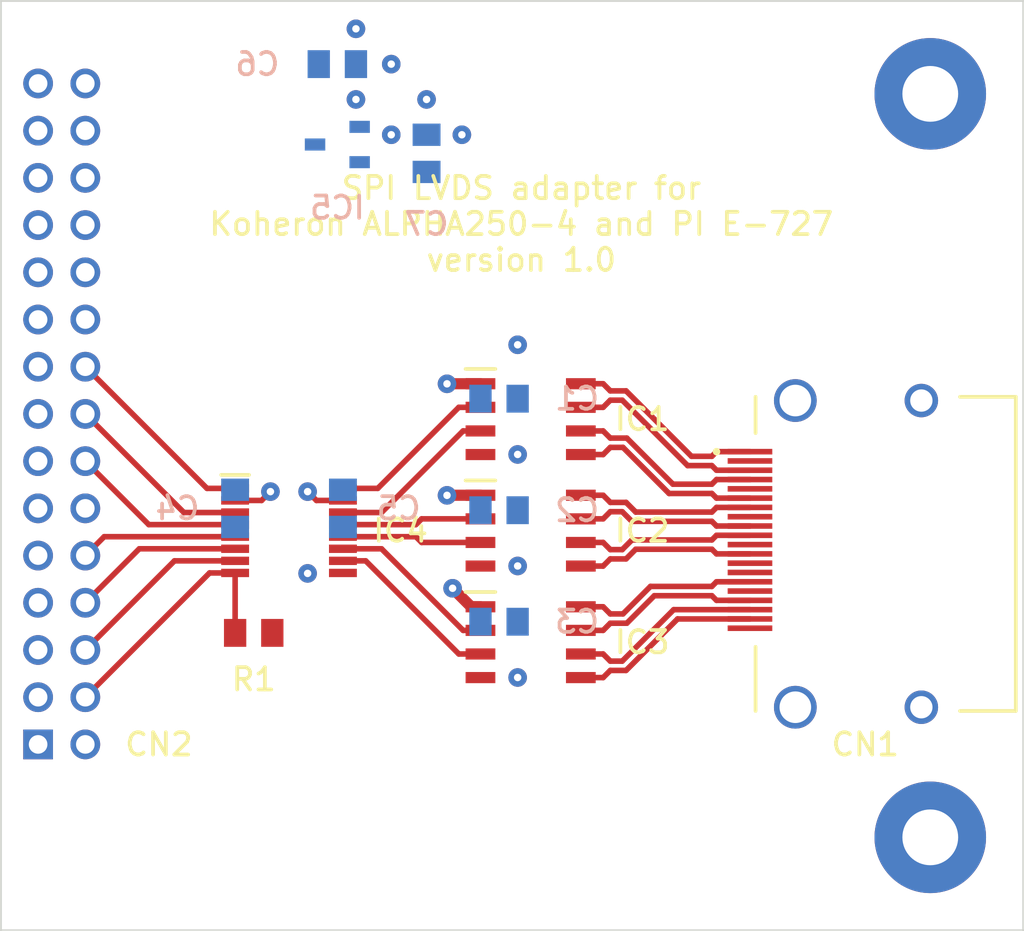
<source format=kicad_pcb>
(kicad_pcb (version 20211014) (generator pcbnew)
  (title_block (comment 4 "AISLER Project ID: MSPPDFRA"))
  (layers (0 "F.Cu" signal) (31 "B.Cu" signal) (34 "B.Paste" user) (35 "F.Paste" user) (36 "B.SilkS" user "B.Silkscreen") (37 "F.SilkS" user "F.Silkscreen") (38 "B.Mask" user) (39 "F.Mask" user) (44 "Edge.Cuts" user))
  (net 0 "")
  (net 1 "MOSI-")
  (net 2 "GND")
  (net 3 "MISO+")
  (net 4 "MISO-")
  (net 5 "SCLK+")
  (net 6 "SCLK-")
  (net 7 "MOSI+")
  (net 8 "DCLK-")
  (net 9 "DCLK+")
  (net 10 "LDAT-")
  (net 11 "LDAT+")
  (net 12 "CS-")
  (net 13 "CS+")
  (net 14 "LDAT")
  (net 15 "CS")
  (net 16 "DCLK")
  (net 17 "MISO")
  (net 18 "MOSI")
  (net 19 "SCLK")
  (net 20 "3V3")
  (net 21 "5V")
  (net 22 "1V8")
  (net 23 "SCLK1V8")
  (net 24 "MOSI1V8")
  (net 25 "MISO1V8")
  (net 26 "DCLK1V8")
  (net 27 "CS1V8")
  (net 28 "LDAT1V8")
  (net 29 "OE1V8")
  (footprint "footprints:SOIC8" (layer "F.Cu") (at 108.5 94.5)
    (fp_text reference "IC3" (at 6 0) (layer "F.SilkS") (effects (font (size 1.2 1.2) (thickness 0.2))))
    (fp_text value "" (at 0 0) (layer "F.SilkS") (effects (font (size 1.27 1.27))))
    (fp_line (start -3.5 -2.7) (end -1.9 -2.7) (layer "F.SilkS") (width 0.2))
    (pad "1" smd rect locked (at -2.7 -1.905 90) (size 0.6 1.6) (layers "F.Cu" "F.Paste" "F.Mask") (net 20 "3V3"))
    (pad "2" smd rect locked (at -2.7 -0.635 90) (size 0.6 1.6) (layers "F.Cu" "F.Paste" "F.Mask") (net 15 "CS"))
    (pad "3" smd rect locked (at -2.7 0.635 90) (size 0.6 1.6) (layers "F.Cu" "F.Paste" "F.Mask") (net 14 "LDAT"))
    (pad "4" smd rect locked (at -2.7 1.905 90) (size 0.6 1.6) (layers "F.Cu" "F.Paste" "F.Mask") (net 2 "GND"))
    (pad "5" smd rect locked (at 2.7 1.905 90) (size 0.6 1.6) (layers "F.Cu" "F.Paste" "F.Mask") (net 10 "LDAT-"))
    (pad "6" smd rect locked (at 2.7 0.635 90) (size 0.6 1.6) (layers "F.Cu" "F.Paste" "F.Mask") (net 11 "LDAT+"))
    (pad "7" smd rect locked (at 2.7 -0.635 90) (size 0.6 1.6) (layers "F.Cu" "F.Paste" "F.Mask") (net 12 "CS-"))
    (pad "8" smd rect locked (at 2.7 -1.905 90) (size 0.6 1.6) (layers "F.Cu" "F.Paste" "F.Mask") (net 13 "CS+"))
  )
  (footprint "footprints:TSSOP16" (layer "F.Cu") (at 95.5 88.5)
    (fp_text reference "IC4" (at 6 0) (layer "F.SilkS") (effects (font (size 1.2 1.2) (thickness 0.2))))
    (fp_text value "" (at 0 0) (layer "F.SilkS") (effects (font (size 1.27 1.27))))
    (fp_line (start -3.65 -3) (end -2.15 -3) (layer "F.SilkS") (width 0.2))
    (pad "1" smd rect locked (at -2.9 -2.275 90) (size 0.45 1.5) (layers "F.Cu" "F.Paste" "F.Mask") (net 23 "SCLK1V8"))
    (pad "2" smd rect locked (at -2.9 -1.625 90) (size 0.45 1.5) (layers "F.Cu" "F.Paste" "F.Mask") (net 22 "1V8"))
    (pad "3" smd rect locked (at -2.9 -0.975 90) (size 0.45 1.5) (layers "F.Cu" "F.Paste" "F.Mask") (net 24 "MOSI1V8"))
    (pad "4" smd rect locked (at -2.9 -0.325 90) (size 0.45 1.5) (layers "F.Cu" "F.Paste" "F.Mask") (net 25 "MISO1V8"))
    (pad "5" smd rect locked (at -2.9 0.325 90) (size 0.45 1.5) (layers "F.Cu" "F.Paste" "F.Mask") (net 26 "DCLK1V8"))
    (pad "6" smd rect locked (at -2.9 0.975 90) (size 0.45 1.5) (layers "F.Cu" "F.Paste" "F.Mask") (net 27 "CS1V8"))
    (pad "7" smd rect locked (at -2.9 1.625 90) (size 0.45 1.5) (layers "F.Cu" "F.Paste" "F.Mask") (net 28 "LDAT1V8"))
    (pad "8" smd rect locked (at -2.9 2.275 90) (size 0.45 1.5) (layers "F.Cu" "F.Paste" "F.Mask") (net 29 "OE1V8"))
    (pad "9" smd rect locked (at 2.9 2.275 90) (size 0.45 1.5) (layers "F.Cu" "F.Paste" "F.Mask") (net 2 "GND"))
    (pad "10" smd rect locked (at 2.9 1.625 90) (size 0.45 1.5) (layers "F.Cu" "F.Paste" "F.Mask") (net 14 "LDAT"))
    (pad "11" smd rect locked (at 2.9 0.975 90) (size 0.45 1.5) (layers "F.Cu" "F.Paste" "F.Mask") (net 15 "CS"))
    (pad "12" smd rect locked (at 2.9 0.325 90) (size 0.45 1.5) (layers "F.Cu" "F.Paste" "F.Mask") (net 16 "DCLK"))
    (pad "13" smd rect locked (at 2.9 -0.325 90) (size 0.45 1.5) (layers "F.Cu" "F.Paste" "F.Mask") (net 17 "MISO"))
    (pad "14" smd rect locked (at 2.9 -0.975 90) (size 0.45 1.5) (layers "F.Cu" "F.Paste" "F.Mask") (net 18 "MOSI"))
    (pad "15" smd rect locked (at 2.9 -1.625 90) (size 0.45 1.5) (layers "F.Cu" "F.Paste" "F.Mask") (net 20 "3V3"))
    (pad "16" smd rect locked (at 2.9 -2.275 90) (size 0.45 1.5) (layers "F.Cu" "F.Paste" "F.Mask") (net 19 "SCLK"))
  )
  (footprint "footprints:SOIC8" (layer "F.Cu") (at 108.5 88.5)
    (fp_text reference "IC2" (at 6 0) (layer "F.SilkS") (effects (font (size 1.2 1.2) (thickness 0.2))))
    (fp_text value "" (at 0 0) (layer "F.SilkS") (effects (font (size 1.27 1.27))))
    (fp_line (start -3.5 -2.7) (end -1.9 -2.7) (layer "F.SilkS") (width 0.2))
    (pad "1" smd rect locked (at -2.7 -1.905 90) (size 0.6 1.6) (layers "F.Cu" "F.Paste" "F.Mask") (net 20 "3V3"))
    (pad "2" smd rect locked (at -2.7 -0.635 90) (size 0.6 1.6) (layers "F.Cu" "F.Paste" "F.Mask") (net 17 "MISO"))
    (pad "3" smd rect locked (at -2.7 0.635 90) (size 0.6 1.6) (layers "F.Cu" "F.Paste" "F.Mask") (net 16 "DCLK"))
    (pad "4" smd rect locked (at -2.7 1.905 90) (size 0.6 1.6) (layers "F.Cu" "F.Paste" "F.Mask") (net 2 "GND"))
    (pad "5" smd rect locked (at 2.7 1.905 90) (size 0.6 1.6) (layers "F.Cu" "F.Paste" "F.Mask") (net 8 "DCLK-"))
    (pad "6" smd rect locked (at 2.7 0.635 90) (size 0.6 1.6) (layers "F.Cu" "F.Paste" "F.Mask") (net 9 "DCLK+"))
    (pad "7" smd rect locked (at 2.7 -0.635 90) (size 0.6 1.6) (layers "F.Cu" "F.Paste" "F.Mask") (net 4 "MISO-"))
    (pad "8" smd rect locked (at 2.7 -1.905 90) (size 0.6 1.6) (layers "F.Cu" "F.Paste" "F.Mask") (net 3 "MISO+"))
  )
  (footprint "footprints:M25" (layer "F.Cu") (at 130 105)
    (fp_text reference "M1" hide)
    (fp_text value "" hide)
    (pad "1" thru_hole circle locked (at 0 0) (size 6 6) (drill 3) (layers *.Cu *.Mask))
  )
  (footprint "footprints:M25" (layer "F.Cu") (at 130 65)
    (fp_text reference "M2" hide)
    (fp_text value "" hide)
    (pad "1" thru_hole circle locked (at 0 0) (size 6 6) (drill 3) (layers *.Cu *.Mask))
  )
  (footprint "footprints:0805" (layer "F.Cu") (at 93.6 94)
    (fp_text reference "R1" (at 0 2.5) (layer "F.SilkS") (effects (font (size 1.2 1.2) (thickness 0.2))))
    (fp_text value "" (at 0 0) (layer "F.SilkS") (effects (font (size 1.27 1.27))))
    (pad "1" smd rect locked (at -1 0) (size 1.2 1.5) (layers "F.Cu" "F.Paste" "F.Mask") (net 29 "OE1V8"))
    (pad "2" smd rect locked (at 1 0) (size 1.2 1.5) (layers "F.Cu" "F.Paste" "F.Mask") (net 2 "GND"))
  )
  (footprint "footprints:SOIC8" (layer "F.Cu") (at 108.5 82.5)
    (fp_text reference "IC1" (at 6 0) (layer "F.SilkS") (effects (font (size 1.2 1.2) (thickness 0.2))))
    (fp_text value "" (at 0 0) (layer "F.SilkS") (effects (font (size 1.27 1.27))))
    (fp_line (start -3.5 -2.7) (end -1.9 -2.7) (layer "F.SilkS") (width 0.2))
    (pad "1" smd rect locked (at -2.7 -1.905 90) (size 0.6 1.6) (layers "F.Cu" "F.Paste" "F.Mask") (net 20 "3V3"))
    (pad "2" smd rect locked (at -2.7 -0.635 90) (size 0.6 1.6) (layers "F.Cu" "F.Paste" "F.Mask") (net 19 "SCLK"))
    (pad "3" smd rect locked (at -2.7 0.635 90) (size 0.6 1.6) (layers "F.Cu" "F.Paste" "F.Mask") (net 18 "MOSI"))
    (pad "4" smd rect locked (at -2.7 1.905 90) (size 0.6 1.6) (layers "F.Cu" "F.Paste" "F.Mask") (net 2 "GND"))
    (pad "5" smd rect locked (at 2.7 1.905 90) (size 0.6 1.6) (layers "F.Cu" "F.Paste" "F.Mask") (net 1 "MOSI-"))
    (pad "6" smd rect locked (at 2.7 0.635 90) (size 0.6 1.6) (layers "F.Cu" "F.Paste" "F.Mask") (net 7 "MOSI+"))
    (pad "7" smd rect locked (at 2.7 -0.635 90) (size 0.6 1.6) (layers "F.Cu" "F.Paste" "F.Mask") (net 6 "SCLK-"))
    (pad "8" smd rect locked (at 2.7 -1.905 90) (size 0.6 1.6) (layers "F.Cu" "F.Paste" "F.Mask") (net 5 "SCLK+"))
  )
  (footprint "footprints:2x15" (layer "F.Cu") (at 82 100 -90)
    (fp_text reference "CN2" (at 0 -6.5) (layer "F.SilkS") (effects (font (size 1.2 1.2) (thickness 0.2))))
    (fp_text value "" (at 0 0 -90) (layer "F.SilkS") (effects (font (size 1.27 1.27))))
    (pad "29" thru_hole rect locked (at 0 0 270) (size 1.6 1.6) (drill 1.0) (layers *.Cu *.Mask) (net 2 "GND"))
    (pad "30" thru_hole circle locked (at 0 -2.54 270) (size 1.6 1.6) (drill 1.0) (layers *.Cu *.Mask) (net 2 "GND"))
    (pad "31" thru_hole circle locked (at -2.54 0 270) (size 1.6 1.6) (drill 1.0) (layers *.Cu *.Mask))
    (pad "32" thru_hole circle locked (at -2.54 -2.54 270) (size 1.6 1.6) (drill 1.0) (layers *.Cu *.Mask) (net 29 "OE1V8"))
    (pad "33" thru_hole circle locked (at -5.08 0 270) (size 1.6 1.6) (drill 1.0) (layers *.Cu *.Mask))
    (pad "34" thru_hole circle locked (at -5.08 -2.54 270) (size 1.6 1.6) (drill 1.0) (layers *.Cu *.Mask) (net 28 "LDAT1V8"))
    (pad "35" thru_hole circle locked (at -7.62 0 270) (size 1.6 1.6) (drill 1.0) (layers *.Cu *.Mask))
    (pad "36" thru_hole circle locked (at -7.62 -2.54 270) (size 1.6 1.6) (drill 1.0) (layers *.Cu *.Mask) (net 27 "CS1V8"))
    (pad "37" thru_hole circle locked (at -10.16 0 270) (size 1.6 1.6) (drill 1.0) (layers *.Cu *.Mask))
    (pad "38" thru_hole circle locked (at -10.16 -2.54 270) (size 1.6 1.6) (drill 1.0) (layers *.Cu *.Mask) (net 26 "DCLK1V8"))
    (pad "39" thru_hole circle locked (at -12.7 0 270) (size 1.6 1.6) (drill 1.0) (layers *.Cu *.Mask) (net 2 "GND"))
    (pad "40" thru_hole circle locked (at -12.7 -2.54 270) (size 1.6 1.6) (drill 1.0) (layers *.Cu *.Mask) (net 2 "GND"))
    (pad "41" thru_hole circle locked (at -15.24 0 270) (size 1.6 1.6) (drill 1.0) (layers *.Cu *.Mask))
    (pad "42" thru_hole circle locked (at -15.24 -2.54 270) (size 1.6 1.6) (drill 1.0) (layers *.Cu *.Mask) (net 25 "MISO1V8"))
    (pad "43" thru_hole circle locked (at -17.78 0 270) (size 1.6 1.6) (drill 1.0) (layers *.Cu *.Mask))
    (pad "44" thru_hole circle locked (at -17.78 -2.54 270) (size 1.6 1.6) (drill 1.0) (layers *.Cu *.Mask) (net 24 "MOSI1V8"))
    (pad "45" thru_hole circle locked (at -20.32 0 270) (size 1.6 1.6) (drill 1.0) (layers *.Cu *.Mask))
    (pad "46" thru_hole circle locked (at -20.32 -2.54 270) (size 1.6 1.6) (drill 1.0) (layers *.Cu *.Mask) (net 23 "SCLK1V8"))
    (pad "47" thru_hole circle locked (at -22.86 0 270) (size 1.6 1.6) (drill 1.0) (layers *.Cu *.Mask))
    (pad "48" thru_hole circle locked (at -22.86 -2.54 270) (size 1.6 1.6) (drill 1.0) (layers *.Cu *.Mask))
    (pad "49" thru_hole circle locked (at -25.4 0 270) (size 1.6 1.6) (drill 1.0) (layers *.Cu *.Mask) (net 2 "GND"))
    (pad "50" thru_hole circle locked (at -25.4 -2.54 270) (size 1.6 1.6) (drill 1.0) (layers *.Cu *.Mask) (net 2 "GND"))
    (pad "51" thru_hole circle locked (at -27.94 0 270) (size 1.6 1.6) (drill 1.0) (layers *.Cu *.Mask))
    (pad "52" thru_hole circle locked (at -27.94 -2.54 270) (size 1.6 1.6) (drill 1.0) (layers *.Cu *.Mask))
    (pad "53" thru_hole circle locked (at -30.48 0 270) (size 1.6 1.6) (drill 1.0) (layers *.Cu *.Mask))
    (pad "54" thru_hole circle locked (at -30.48 -2.54 270) (size 1.6 1.6) (drill 1.0) (layers *.Cu *.Mask) (net 22 "1V8"))
    (pad "55" thru_hole circle locked (at -33.02 0 270) (size 1.6 1.6) (drill 1.0) (layers *.Cu *.Mask) (net 2 "GND"))
    (pad "56" thru_hole circle locked (at -33.02 -2.54 270) (size 1.6 1.6) (drill 1.0) (layers *.Cu *.Mask))
    (pad "57" thru_hole circle locked (at -35.56 0 270) (size 1.6 1.6) (drill 1.0) (layers *.Cu *.Mask) (net 21 "5V"))
    (pad "58" thru_hole circle locked (at -35.56 -2.54 270) (size 1.6 1.6) (drill 1.0) (layers *.Cu *.Mask))
  )
  (footprint "footprints:47272" (layer "F.Cu") (at 126.5 89.75 90)
    (fp_text reference "CN1" (at -10.25 0 180) (layer "F.SilkS") (effects (font (size 1.2 1.2) (thickness 0.2))))
    (fp_text value "" (at 0 0 90) (layer "F.SilkS") (effects (font (size 1.27 1.27))))
    (fp_line (start 8.45 -5.9) (end 6.5 -5.9) (layer "F.SilkS") (width 0.2))
    (fp_line (start -8.45 -5.9) (end -5 -5.9) (layer "F.SilkS") (width 0.2))
    (fp_line (start 8.45 8.1) (end 8.45 5.1) (layer "F.SilkS") (width 0.2))
    (fp_line (start 5.6 -8) (end 5.6 -8) (layer "F.SilkS") (width 0.2))
    (fp_line (start 5.4 -8) (end 5.4 -8) (layer "F.SilkS") (width 0.2))
    (fp_line (start -8.45 5.1) (end -8.45 8.1) (layer "F.SilkS") (width 0.2))
    (fp_line (start -8.45 8.1) (end 8.45 8.1) (layer "F.SilkS") (width 0.2))
    (fp_arc (start 5.6 -8) (mid 5.5 -7.9) (end 5.4 -8) (layer "F.SilkS") (width 0.2))
    (fp_arc (start 5.4 -8) (mid 5.5 -8.1) (end 5.6 -8) (layer "F.SilkS") (width 0.2))
    (pad "" np_thru_hole circle (at 0 3.8 90) (size 1.5 1.5) (drill 1.5) (layers *.Cu *.Mask))
    (pad "1" smd rect (at 5.5 -6.2 90) (size 0.3 2.4) (layers "F.Cu" "F.Paste" "F.Mask") (net 5 "SCLK+"))
    (pad "2" smd rect (at 5 -6.2 90) (size 0.3 2.4) (layers "F.Cu" "F.Paste" "F.Mask") (net 2 "GND"))
    (pad "3" smd rect (at 4.5 -6.2 90) (size 0.3 2.4) (layers "F.Cu" "F.Paste" "F.Mask") (net 6 "SCLK-"))
    (pad "4" smd rect (at 4 -6.2 90) (size 0.3 2.4) (layers "F.Cu" "F.Paste" "F.Mask") (net 7 "MOSI+"))
    (pad "5" smd rect (at 3.5 -6.2 90) (size 0.3 2.4) (layers "F.Cu" "F.Paste" "F.Mask") (net 2 "GND"))
    (pad "6" smd rect (at 3 -6.2 90) (size 0.3 2.4) (layers "F.Cu" "F.Paste" "F.Mask") (net 1 "MOSI-"))
    (pad "7" smd rect (at 2.5 -6.2 90) (size 0.3 2.4) (layers "F.Cu" "F.Paste" "F.Mask") (net 3 "MISO+"))
    (pad "8" smd rect (at 2 -6.2 90) (size 0.3 2.4) (layers "F.Cu" "F.Paste" "F.Mask") (net 2 "GND"))
    (pad "9" smd rect (at 1.5 -6.2 90) (size 0.3 2.4) (layers "F.Cu" "F.Paste" "F.Mask") (net 4 "MISO-"))
    (pad "10" smd rect (at 1 -6.2 90) (size 0.3 2.4) (layers "F.Cu" "F.Paste" "F.Mask") (net 9 "DCLK+"))
    (pad "11" smd rect (at 0.5 -6.2 90) (size 0.3 2.4) (layers "F.Cu" "F.Paste" "F.Mask") (net 2 "GND"))
    (pad "12" smd rect (at 0 -6.2 90) (size 0.3 2.4) (layers "F.Cu" "F.Paste" "F.Mask") (net 8 "DCLK-"))
    (pad "13" smd rect (at -0.5 -6.2 90) (size 0.3 2.4) (layers "F.Cu" "F.Paste" "F.Mask") (net 2 "GND"))
    (pad "14" smd rect (at -1 -6.2 90) (size 0.3 2.4) (layers "F.Cu" "F.Paste" "F.Mask") (net 2 "GND"))
    (pad "15" smd rect (at -1.5 -6.2 90) (size 0.3 2.4) (layers "F.Cu" "F.Paste" "F.Mask") (net 13 "CS+"))
    (pad "16" smd rect (at -2 -6.2 90) (size 0.3 2.4) (layers "F.Cu" "F.Paste" "F.Mask") (net 2 "GND"))
    (pad "17" smd rect (at -2.5 -6.2 90) (size 0.3 2.4) (layers "F.Cu" "F.Paste" "F.Mask") (net 12 "CS-"))
    (pad "18" smd rect (at -3 -6.2 90) (size 0.3 2.4) (layers "F.Cu" "F.Paste" "F.Mask") (net 11 "LDAT+"))
    (pad "19" smd rect (at -3.5 -6.2 90) (size 0.3 2.4) (layers "F.Cu" "F.Paste" "F.Mask") (net 10 "LDAT-"))
    (pad "20" smd rect (at -4 -6.2 90) (size 0.3 2.4) (layers "F.Cu" "F.Paste" "F.Mask"))
    (pad "MH1" thru_hole circle (at -8.25 -3.76 90) (size 2.3 2.3) (drill 1.7) (layers *.Cu *.Mask))
    (pad "MH2" thru_hole circle (at -8.25 3.02 90) (size 1.8 1.8) (drill 1.2) (layers *.Cu *.Mask))
    (pad "MH3" thru_hole circle (at 8.25 3.02 90) (size 1.8 1.8) (drill 1.2) (layers *.Cu *.Mask))
    (pad "MH4" thru_hole circle (at 8.25 -3.76 90) (size 2.3 2.3) (drill 1.7) (layers *.Cu *.Mask))
  )
  (footprint "footprints:0805" (layer "B.Cu") (at 106.8 87.4)
    (fp_text reference "C2" (at 4.2 0 180) (layer "B.SilkS") (effects (font (size 1.2 1.2) (thickness 0.2)) (justify mirror)))
    (fp_text value "" (at 0 0) (layer "B.SilkS") (effects (font (size 1.27 1.27)) (justify mirror)))
    (pad "1" smd rect locked (at -1 0) (size 1.2 1.5) (layers "B.Cu" "B.Paste" "B.Mask") (net 20 "3V3"))
    (pad "2" smd rect locked (at 1 0) (size 1.2 1.5) (layers "B.Cu" "B.Paste" "B.Mask") (net 2 "GND"))
  )
  (footprint "footprints:0805" (layer "B.Cu") (at 106.8 81.4)
    (fp_text reference "C1" (at 4.2 0 180) (layer "B.SilkS") (effects (font (size 1.2 1.2) (thickness 0.2)) (justify mirror)))
    (fp_text value "" (at 0 0) (layer "B.SilkS") (effects (font (size 1.27 1.27)) (justify mirror)))
    (pad "1" smd rect locked (at -1 0) (size 1.2 1.5) (layers "B.Cu" "B.Paste" "B.Mask") (net 20 "3V3"))
    (pad "2" smd rect locked (at 1 0) (size 1.2 1.5) (layers "B.Cu" "B.Paste" "B.Mask") (net 2 "GND"))
  )
  (footprint "footprints:0805" (layer "B.Cu") (at 98.1 63.4)
    (fp_text reference "C6" (at -4.3 0 180) (layer "B.SilkS") (effects (font (size 1.2 1.2) (thickness 0.2)) (justify mirror)))
    (fp_text value "" (at 0 0) (layer "B.SilkS") (effects (font (size 1.27 1.27)) (justify mirror)))
    (pad "1" smd rect locked (at -1 0) (size 1.2 1.5) (layers "B.Cu" "B.Paste" "B.Mask") (net 21 "5V"))
    (pad "2" smd rect locked (at 1 0) (size 1.2 1.5) (layers "B.Cu" "B.Paste" "B.Mask") (net 2 "GND"))
  )
  (footprint "footprints:0805" (layer "B.Cu") (at 98.4 87.3 -90)
    (fp_text reference "C5" (at 0 -3) (layer "B.SilkS") (effects (font (size 1.2 1.2) (thickness 0.2)) (justify mirror)))
    (fp_text value "" (at 0 0 90) (layer "B.SilkS") (effects (font (size 1.27 1.27)) (justify mirror)))
    (pad "1" smd rect locked (at -1 0 270) (size 1.2 1.5) (layers "B.Cu" "B.Paste" "B.Mask") (net 20 "3V3"))
    (pad "2" smd rect locked (at 1 0 270) (size 1.2 1.5) (layers "B.Cu" "B.Paste" "B.Mask") (net 2 "GND"))
  )
  (footprint "footprints:0805" (layer "B.Cu") (at 102.9 68.2 90)
    (fp_text reference "C7" (at -3.8 0) (layer "B.SilkS") (effects (font (size 1.2 1.2) (thickness 0.2)) (justify mirror)))
    (fp_text value "" (at 0 0 90) (layer "B.SilkS") (effects (font (size 1.27 1.27)) (justify mirror)))
    (pad "1" smd rect locked (at -1 0 90) (size 1.2 1.5) (layers "B.Cu" "B.Paste" "B.Mask") (net 20 "3V3"))
    (pad "2" smd rect locked (at 1 0 90) (size 1.2 1.5) (layers "B.Cu" "B.Paste" "B.Mask") (net 2 "GND"))
  )
  (footprint "footprints:SOT23" (layer "B.Cu") (at 98.1 67.725 180)
    (fp_text reference "IC5" (at 0 -3.4 180) (layer "B.SilkS") (effects (font (size 1.2 1.2) (thickness 0.2)) (justify mirror)))
    (fp_text value "" (at 0 0) (layer "B.SilkS") (effects (font (size 1.27 1.27)) (justify mirror)))
    (pad "1" smd rect locked (at -1.2 0.95 90) (size 0.65 1.1) (layers "B.Cu" "B.Paste" "B.Mask") (net 2 "GND"))
    (pad "2" smd rect locked (at -1.2 -0.95 90) (size 0.65 1.1) (layers "B.Cu" "B.Paste" "B.Mask") (net 20 "3V3"))
    (pad "3" smd rect locked (at 1.2 0 90) (size 0.65 1.1) (layers "B.Cu" "B.Paste" "B.Mask") (net 21 "5V"))
  )
  (footprint "footprints:0805" (layer "B.Cu") (at 92.6 87.3 -90)
    (fp_text reference "C4" (at 0 3.1 180) (layer "B.SilkS") (effects (font (size 1.2 1.2) (thickness 0.2)) (justify mirror)))
    (fp_text value "" (at 0 0 90) (layer "B.SilkS") (effects (font (size 1.27 1.27)) (justify mirror)))
    (pad "1" smd rect locked (at -1 0 270) (size 1.2 1.5) (layers "B.Cu" "B.Paste" "B.Mask") (net 22 "1V8"))
    (pad "2" smd rect locked (at 1 0 270) (size 1.2 1.5) (layers "B.Cu" "B.Paste" "B.Mask") (net 2 "GND"))
  )
  (footprint "footprints:0805" (layer "B.Cu") (at 106.8 93.4)
    (fp_text reference "C3" (at 4.2 0 180) (layer "B.SilkS") (effects (font (size 1.2 1.2) (thickness 0.2)) (justify mirror)))
    (fp_text value "" (at 0 0) (layer "B.SilkS") (effects (font (size 1.27 1.27)) (justify mirror)))
    (pad "1" smd rect locked (at -1 0) (size 1.2 1.5) (layers "B.Cu" "B.Paste" "B.Mask") (net 20 "3V3"))
    (pad "2" smd rect locked (at 1 0) (size 1.2 1.5) (layers "B.Cu" "B.Paste" "B.Mask") (net 2 "GND"))
  )
  (gr_rect (start 80 60) (end 135 110) (layer "Edge.Cuts") (width 0.1) (fill none))
  (gr_text "SPI LVDS adapter for\nKoheron ALPHA250-4 and PI E-727\nversion 1.0" (at 108 72) (layer "F.SilkS") (effects (font (size 1.2 1.2) (thickness 0.2))))
  (segment (start 113.466446 84.02) (end 115.946446 86.5) (width 0.3) (layer "F.Cu") (net 1))
  (segment (start 112.400001 84.405) (end 112.785001 84.02) (width 0.3) (layer "F.Cu") (net 1))
  (segment (start 111.2 84.405) (end 112.400001 84.405) (width 0.3) (layer "F.Cu") (net 1))
  (segment (start 118.499999 86.75) (end 120.3 86.75) (width 0.3) (layer "F.Cu") (net 1))
  (segment (start 118.249999 86.5) (end 118.499999 86.75) (width 0.3) (layer "F.Cu") (net 1))
  (segment (start 115.946446 86.5) (end 118.249999 86.5) (width 0.3) (layer "F.Cu") (net 1))
  (segment (start 112.785001 84.02) (end 113.466446 84.02) (width 0.3) (layer "F.Cu") (net 1))
  (via (at 107.8 84.4) (size 1.0) (drill 0.4) (layers "F.Cu" "B.Cu") (net 2))
  (via (at 99.1 65.3) (size 1.0) (drill 0.4) (layers "F.Cu" "B.Cu") (net 2))
  (via (at 104.8 67.2) (size 1.0) (drill 0.4) (layers "F.Cu" "B.Cu") (net 2))
  (via (at 99.1 61.5) (size 1.0) (drill 0.4) (layers "F.Cu" "B.Cu") (net 2))
  (via (at 107.8 96.4) (size 1.0) (drill 0.4) (layers "F.Cu" "B.Cu") (net 2))
  (via (at 107.8 78.5) (size 1.0) (drill 0.4) (layers "F.Cu" "B.Cu") (net 2))
  (via (at 101 67.2) (size 1.0) (drill 0.4) (layers "F.Cu" "B.Cu") (net 2))
  (via (at 107.8 90.4) (size 1.0) (drill 0.4) (layers "F.Cu" "B.Cu") (net 2))
  (via (at 102.9 65.3) (size 1.0) (drill 0.4) (layers "F.Cu" "B.Cu") (net 2))
  (via (at 96.5 90.8) (size 1.0) (drill 0.4) (layers "F.Cu" "B.Cu") (net 2))
  (via (at 101 63.4) (size 1.0) (drill 0.4) (layers "F.Cu" "B.Cu") (net 2))
  (segment (start 118.249999 87.5) (end 118.499999 87.25) (width 0.3) (layer "F.Cu") (net 3))
  (segment (start 112.785001 86.98) (end 113.633554 86.98) (width 0.3) (layer "F.Cu") (net 3))
  (segment (start 111.2 86.595) (end 112.400001 86.595) (width 0.3) (layer "F.Cu") (net 3))
  (segment (start 112.400001 86.595) (end 112.785001 86.98) (width 0.3) (layer "F.Cu") (net 3))
  (segment (start 114.153554 87.5) (end 118.249999 87.5) (width 0.3) (layer "F.Cu") (net 3))
  (segment (start 113.633554 86.98) (end 114.153554 87.5) (width 0.3) (layer "F.Cu") (net 3))
  (segment (start 118.499999 87.25) (end 120.3 87.25) (width 0.3) (layer "F.Cu") (net 3))
  (segment (start 113.946446 88) (end 118.249999 88) (width 0.3) (layer "F.Cu") (net 4))
  (segment (start 112.785001 87.48) (end 113.426446 87.48) (width 0.3) (layer "F.Cu") (net 4))
  (segment (start 111.2 87.865) (end 112.400001 87.865) (width 0.3) (layer "F.Cu") (net 4))
  (segment (start 112.400001 87.865) (end 112.785001 87.48) (width 0.3) (layer "F.Cu") (net 4))
  (segment (start 118.499999 88.25) (end 120.3 88.25) (width 0.3) (layer "F.Cu") (net 4))
  (segment (start 118.249999 88) (end 118.499999 88.25) (width 0.3) (layer "F.Cu") (net 4))
  (segment (start 113.426446 87.48) (end 113.946446 88) (width 0.3) (layer "F.Cu") (net 4))
  (segment (start 113.633554 80.98) (end 117.153554 84.5) (width 0.3) (layer "F.Cu") (net 5))
  (segment (start 118.249999 84.5) (end 118.499999 84.25) (width 0.3) (layer "F.Cu") (net 5))
  (segment (start 117.153554 84.5) (end 118.249999 84.5) (width 0.3) (layer "F.Cu") (net 5))
  (segment (start 111.2 80.595) (end 112.400001 80.595) (width 0.3) (layer "F.Cu") (net 5))
  (segment (start 118.499999 84.25) (end 120.3 84.25) (width 0.3) (layer "F.Cu") (net 5))
  (segment (start 112.400001 80.595) (end 112.785001 80.98) (width 0.3) (layer "F.Cu") (net 5))
  (segment (start 112.785001 80.98) (end 113.633554 80.98) (width 0.3) (layer "F.Cu") (net 5))
  (segment (start 118.499999 85.25) (end 120.3 85.25) (width 0.3) (layer "F.Cu") (net 6))
  (segment (start 111.2 81.865) (end 112.400001 81.865) (width 0.3) (layer "F.Cu") (net 6))
  (segment (start 118.249999 85) (end 118.499999 85.25) (width 0.3) (layer "F.Cu") (net 6))
  (segment (start 116.946446 85) (end 118.249999 85) (width 0.3) (layer "F.Cu") (net 6))
  (segment (start 112.785001 81.48) (end 113.426446 81.48) (width 0.3) (layer "F.Cu") (net 6))
  (segment (start 112.400001 81.865) (end 112.785001 81.48) (width 0.3) (layer "F.Cu") (net 6))
  (segment (start 113.426446 81.48) (end 116.946446 85) (width 0.3) (layer "F.Cu") (net 6))
  (segment (start 113.673554 83.52) (end 116.153554 86) (width 0.3) (layer "F.Cu") (net 7))
  (segment (start 118.249999 86) (end 118.499999 85.75) (width 0.3) (layer "F.Cu") (net 7))
  (segment (start 118.499999 85.75) (end 120.3 85.75) (width 0.3) (layer "F.Cu") (net 7))
  (segment (start 116.153554 86) (end 118.249999 86) (width 0.3) (layer "F.Cu") (net 7))
  (segment (start 112.785001 83.52) (end 113.673554 83.52) (width 0.3) (layer "F.Cu") (net 7))
  (segment (start 111.2 83.135) (end 112.400001 83.135) (width 0.3) (layer "F.Cu") (net 7))
  (segment (start 112.400001 83.135) (end 112.785001 83.52) (width 0.3) (layer "F.Cu") (net 7))
  (segment (start 114.153554 89.5) (end 118.249999 89.5) (width 0.3) (layer "F.Cu") (net 8))
  (segment (start 111.2 90.405) (end 112.400001 90.405) (width 0.3) (layer "F.Cu") (net 8))
  (segment (start 113.633554 90.02) (end 114.153554 89.5) (width 0.3) (layer "F.Cu") (net 8))
  (segment (start 112.785001 90.02) (end 113.633554 90.02) (width 0.3) (layer "F.Cu") (net 8))
  (segment (start 118.249999 89.5) (end 118.499999 89.75) (width 0.3) (layer "F.Cu") (net 8))
  (segment (start 112.400001 90.405) (end 112.785001 90.02) (width 0.3) (layer "F.Cu") (net 8))
  (segment (start 118.499999 89.75) (end 120.3 89.75) (width 0.3) (layer "F.Cu") (net 8))
  (segment (start 112.400001 89.135) (end 112.785001 89.52) (width 0.3) (layer "F.Cu") (net 9))
  (segment (start 113.426446 89.52) (end 113.946446 89) (width 0.3) (layer "F.Cu") (net 9))
  (segment (start 118.499999 88.75) (end 120.3 88.75) (width 0.3) (layer "F.Cu") (net 9))
  (segment (start 118.249999 89) (end 118.499999 88.75) (width 0.3) (layer "F.Cu") (net 9))
  (segment (start 113.946446 89) (end 118.249999 89) (width 0.3) (layer "F.Cu") (net 9))
  (segment (start 112.785001 89.52) (end 113.426446 89.52) (width 0.3) (layer "F.Cu") (net 9))
  (segment (start 111.2 89.135) (end 112.400001 89.135) (width 0.3) (layer "F.Cu") (net 9))
  (segment (start 112.400001 96.405) (end 112.785001 96.02) (width 0.3) (layer "F.Cu") (net 10))
  (segment (start 116.403554 93.25) (end 120.3 93.25) (width 0.3) (layer "F.Cu") (net 10))
  (segment (start 112.785001 96.02) (end 113.633554 96.02) (width 0.3) (layer "F.Cu") (net 10))
  (segment (start 113.633554 96.02) (end 116.403554 93.25) (width 0.3) (layer "F.Cu") (net 10))
  (segment (start 111.2 96.405) (end 112.400001 96.405) (width 0.3) (layer "F.Cu") (net 10))
  (segment (start 111.2 95.135) (end 112.400001 95.135) (width 0.3) (layer "F.Cu") (net 11))
  (segment (start 112.785001 95.52) (end 113.426446 95.52) (width 0.3) (layer "F.Cu") (net 11))
  (segment (start 112.400001 95.135) (end 112.785001 95.52) (width 0.3) (layer "F.Cu") (net 11))
  (segment (start 113.426446 95.52) (end 116.196446 92.75) (width 0.3) (layer "F.Cu") (net 11))
  (segment (start 116.196446 92.75) (end 120.3 92.75) (width 0.3) (layer "F.Cu") (net 11))
  (segment (start 112.400001 93.865) (end 112.785001 93.48) (width 0.3) (layer "F.Cu") (net 12))
  (segment (start 113.673554 93.48) (end 115.153554 92) (width 0.3) (layer "F.Cu") (net 12))
  (segment (start 118.249999 92) (end 118.499999 92.25) (width 0.3) (layer "F.Cu") (net 12))
  (segment (start 112.785001 93.48) (end 113.673554 93.48) (width 0.3) (layer "F.Cu") (net 12))
  (segment (start 111.2 93.865) (end 112.400001 93.865) (width 0.3) (layer "F.Cu") (net 12))
  (segment (start 115.153554 92) (end 118.249999 92) (width 0.3) (layer "F.Cu") (net 12))
  (segment (start 118.499999 92.25) (end 120.3 92.25) (width 0.3) (layer "F.Cu") (net 12))
  (segment (start 112.400001 92.595) (end 112.785001 92.98) (width 0.3) (layer "F.Cu") (net 13))
  (segment (start 118.499999 91.25) (end 120.3 91.25) (width 0.3) (layer "F.Cu") (net 13))
  (segment (start 111.2 92.595) (end 112.400001 92.595) (width 0.3) (layer "F.Cu") (net 13))
  (segment (start 118.249999 91.5) (end 118.499999 91.25) (width 0.3) (layer "F.Cu") (net 13))
  (segment (start 114.946446 91.5) (end 118.249999 91.5) (width 0.3) (layer "F.Cu") (net 13))
  (segment (start 113.466446 92.98) (end 114.946446 91.5) (width 0.3) (layer "F.Cu") (net 13))
  (segment (start 112.785001 92.98) (end 113.466446 92.98) (width 0.3) (layer "F.Cu") (net 13))
  (segment (start 99.625 90.125) (end 104.635 95.135) (width 0.3) (layer "F.Cu") (net 14))
  (segment (start 104.635 95.135) (end 105.8 95.135) (width 0.3) (layer "F.Cu") (net 14))
  (segment (start 98.4 90.125) (end 99.625 90.125) (width 0.3) (layer "F.Cu") (net 14))
  (segment (start 100.475 89.475) (end 104.865 93.865) (width 0.3) (layer "F.Cu") (net 15))
  (segment (start 98.4 89.475) (end 100.475 89.475) (width 0.3) (layer "F.Cu") (net 15))
  (segment (start 104.865 93.865) (end 105.8 93.865) (width 0.3) (layer "F.Cu") (net 15))
  (segment (start 102.325 88.825) (end 102.635 89.135) (width 0.3) (layer "F.Cu") (net 16))
  (segment (start 98.4 88.825) (end 102.325 88.825) (width 0.3) (layer "F.Cu") (net 16))
  (segment (start 102.635 89.135) (end 105.8 89.135) (width 0.3) (layer "F.Cu") (net 16))
  (segment (start 98.4 88.175) (end 102.325 88.175) (width 0.3) (layer "F.Cu") (net 17))
  (segment (start 102.635 87.865) (end 105.8 87.865) (width 0.3) (layer "F.Cu") (net 17))
  (segment (start 102.325 88.175) (end 102.635 87.865) (width 0.3) (layer "F.Cu") (net 17))
  (segment (start 105.8 83.135) (end 104.865 83.135) (width 0.3) (layer "F.Cu") (net 18))
  (segment (start 100.475 87.525) (end 98.4 87.525) (width 0.3) (layer "F.Cu") (net 18))
  (segment (start 104.865 83.135) (end 100.475 87.525) (width 0.3) (layer "F.Cu") (net 18))
  (segment (start 104.635 81.865) (end 105.8 81.865) (width 0.3) (layer "F.Cu") (net 19))
  (segment (start 98.4 86.225) (end 100.275 86.225) (width 0.3) (layer "F.Cu") (net 19))
  (segment (start 100.275 86.225) (end 104.635 81.865) (width 0.3) (layer "F.Cu") (net 19))
  (segment (start 104.005 80.595) (end 104 80.6) (width 0.6) (layer "F.Cu") (net 20))
  (segment (start 105.8 86.595) (end 104.005 86.595) (width 0.6) (layer "F.Cu") (net 20))
  (segment (start 105.8 92.595) (end 105.295 92.595) (width 0.6) (layer "F.Cu") (net 20))
  (segment (start 98.4 86.875) (end 96.975 86.875) (width 0.3) (layer "F.Cu") (net 20))
  (segment (start 96.975 86.875) (end 96.5 86.4) (width 0.3) (layer "F.Cu") (net 20))
  (segment (start 104.005 86.595) (end 104 86.6) (width 0.6) (layer "F.Cu") (net 20))
  (segment (start 105.295 92.595) (end 104.3 91.6) (width 0.6) (layer "F.Cu") (net 20))
  (segment (start 105.8 80.595) (end 104.005 80.595) (width 0.6) (layer "F.Cu") (net 20))
  (via (at 104 80.6) (size 1.0) (drill 0.4) (layers "F.Cu" "B.Cu") (net 20))
  (via (at 104.3 91.6) (size 1.0) (drill 0.4) (layers "F.Cu" "B.Cu") (net 20))
  (via (at 96.5 86.4) (size 1.0) (drill 0.4) (layers "F.Cu" "B.Cu") (net 20))
  (via (at 104 86.6) (size 1.0) (drill 0.4) (layers "F.Cu" "B.Cu") (net 20))
  (segment (start 94.025 86.875) (end 94.5 86.4) (width 0.3) (layer "F.Cu") (net 22))
  (segment (start 92.6 86.875) (end 94.025 86.875) (width 0.3) (layer "F.Cu") (net 22))
  (via (at 94.5 86.4) (size 1.0) (drill 0.4) (layers "F.Cu" "B.Cu") (net 22))
  (segment (start 92.6 86.225) (end 91.085 86.225) (width 0.3) (layer "F.Cu") (net 23))
  (segment (start 91.085 86.225) (end 84.54 79.68) (width 0.3) (layer "F.Cu") (net 23))
  (segment (start 92.6 87.525) (end 89.845 87.525) (width 0.3) (layer "F.Cu") (net 24))
  (segment (start 89.845 87.525) (end 84.54 82.22) (width 0.3) (layer "F.Cu") (net 24))
  (segment (start 87.955 88.175) (end 84.54 84.76) (width 0.3) (layer "F.Cu") (net 25))
  (segment (start 92.6 88.175) (end 87.955 88.175) (width 0.3) (layer "F.Cu") (net 25))
  (segment (start 85.555 88.825) (end 84.54 89.84) (width 0.3) (layer "F.Cu") (net 26))
  (segment (start 92.6 88.825) (end 85.555 88.825) (width 0.3) (layer "F.Cu") (net 26))
  (segment (start 87.445 89.475) (end 84.54 92.38) (width 0.3) (layer "F.Cu") (net 27))
  (segment (start 92.6 89.475) (end 87.445 89.475) (width 0.3) (layer "F.Cu") (net 27))
  (segment (start 89.335 90.125) (end 84.54 94.92) (width 0.3) (layer "F.Cu") (net 28))
  (segment (start 92.6 90.125) (end 89.335 90.125) (width 0.3) (layer "F.Cu") (net 28))
  (segment (start 92.6 90.775) (end 92.6 94) (width 0.3) (layer "F.Cu") (net 29))
  (segment (start 92.6 90.775) (end 91.225 90.775) (width 0.3) (layer "F.Cu") (net 29))
  (segment (start 91.225 90.775) (end 84.54 97.46) (width 0.3) (layer "F.Cu") (net 29))
)
</source>
